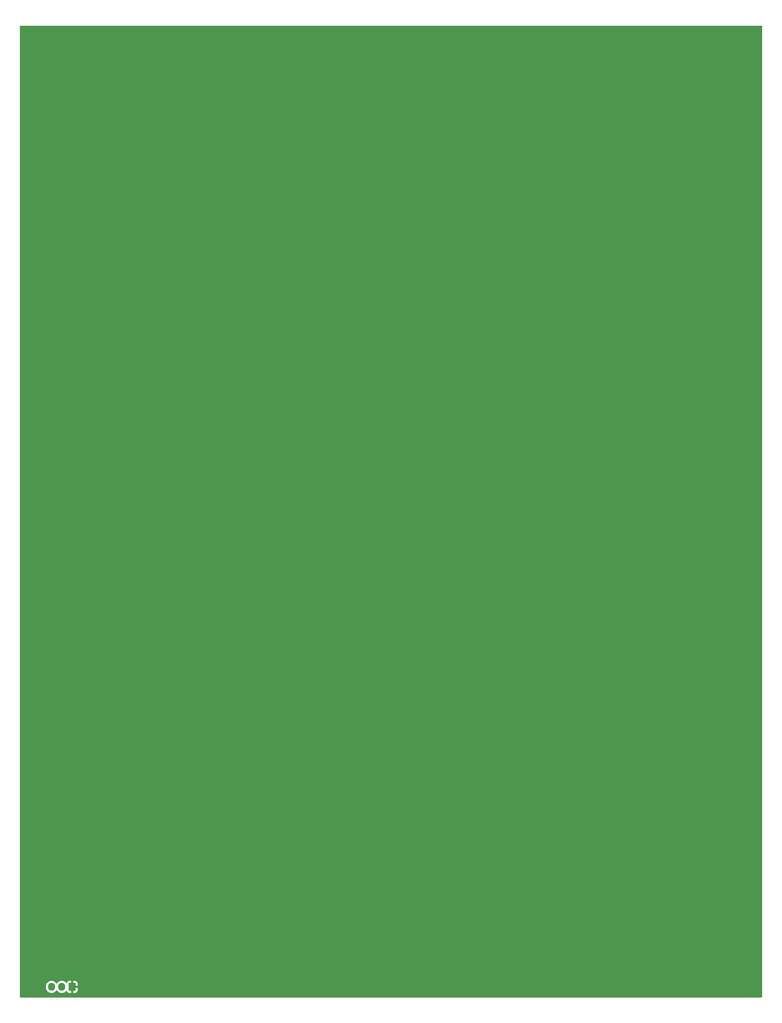
<source format=gbr>
%TF.GenerationSoftware,KiCad,Pcbnew,9.0.4*%
%TF.CreationDate,2025-08-24T11:51:45-07:00*%
%TF.ProjectId,production_red_line_new_silk,70726f64-7563-4746-996f-6e5f7265645f,rev?*%
%TF.SameCoordinates,Original*%
%TF.FileFunction,Copper,L2,Bot*%
%TF.FilePolarity,Positive*%
%FSLAX46Y46*%
G04 Gerber Fmt 4.6, Leading zero omitted, Abs format (unit mm)*
G04 Created by KiCad (PCBNEW 9.0.4) date 2025-08-24 11:51:45*
%MOMM*%
%LPD*%
G01*
G04 APERTURE LIST*
G04 Aperture macros list*
%AMRoundRect*
0 Rectangle with rounded corners*
0 $1 Rounding radius*
0 $2 $3 $4 $5 $6 $7 $8 $9 X,Y pos of 4 corners*
0 Add a 4 corners polygon primitive as box body*
4,1,4,$2,$3,$4,$5,$6,$7,$8,$9,$2,$3,0*
0 Add four circle primitives for the rounded corners*
1,1,$1+$1,$2,$3*
1,1,$1+$1,$4,$5*
1,1,$1+$1,$6,$7*
1,1,$1+$1,$8,$9*
0 Add four rect primitives between the rounded corners*
20,1,$1+$1,$2,$3,$4,$5,0*
20,1,$1+$1,$4,$5,$6,$7,0*
20,1,$1+$1,$6,$7,$8,$9,0*
20,1,$1+$1,$8,$9,$2,$3,0*%
G04 Aperture macros list end*
%TA.AperFunction,ComponentPad*%
%ADD10RoundRect,0.250000X0.600000X0.725000X-0.600000X0.725000X-0.600000X-0.725000X0.600000X-0.725000X0*%
%TD*%
%TA.AperFunction,ComponentPad*%
%ADD11O,1.700000X1.950000*%
%TD*%
%TA.AperFunction,ViaPad*%
%ADD12C,0.600000*%
%TD*%
G04 APERTURE END LIST*
D10*
%TO.P,J4,1,Pin_1*%
%TO.N,GND*%
X-116840000Y-45702563D03*
D11*
%TO.P,J4,2,Pin_2*%
%TO.N,Net-(J4-Pin_2)*%
X-119340000Y-45702563D03*
%TO.P,J4,3,Pin_3*%
%TO.N,+5V*%
X-121840000Y-45702563D03*
%TD*%
D12*
%TO.N,GND*%
X-54607475Y139920586D03*
X-26185000Y135916022D03*
X-77173619Y155110283D03*
X951697Y39091328D03*
X-79057364Y170475083D03*
X-25321210Y94292570D03*
X-35115586Y133995103D03*
X-49720927Y144301629D03*
X-19341143Y90450830D03*
X-28021761Y49542739D03*
X22735613Y9743043D03*
X-36481000Y142527618D03*
X-27903717Y128872654D03*
X-103998027Y179715512D03*
X-23823086Y101630277D03*
X-22140961Y133051494D03*
X-84284205Y156354976D03*
X-31543352Y131063175D03*
X-64484077Y147817974D03*
X17003644Y12126634D03*
X-35858203Y61643062D03*
X-83460320Y174954886D03*
X-100512758Y185567765D03*
X-28172012Y120854519D03*
X-28998952Y71488267D03*
X-24827356Y84061162D03*
X-28678824Y137702139D03*
X-34105605Y49781842D03*
X9692471Y27980790D03*
X16792603Y-8280218D03*
X-24130359Y116211628D03*
X3527185Y28473377D03*
X21660432Y-39008750D03*
X-81098746Y184306387D03*
X-30996442Y57525176D03*
X-70553310Y143429452D03*
X25707721Y-44124074D03*
X-41468648Y138685781D03*
X20986691Y-13582083D03*
X-119661782Y-27581849D03*
X-30448665Y63949758D03*
X-85867565Y179887820D03*
X-21130588Y77754909D03*
X-29271696Y106090534D03*
X-119661782Y-30689312D03*
X-119661782Y-34219390D03*
X-5319604Y39472343D03*
%TD*%
%TA.AperFunction,Conductor*%
%TO.N,GND*%
G36*
X50743039Y187940315D02*
G01*
X50788794Y187887511D01*
X50800000Y187836000D01*
X50800000Y-48136000D01*
X50780315Y-48203039D01*
X50727511Y-48248794D01*
X50676000Y-48260000D01*
X-129416000Y-48260000D01*
X-129483039Y-48240315D01*
X-129528794Y-48187511D01*
X-129540000Y-48136000D01*
X-129540000Y-45471276D01*
X-123190500Y-45471276D01*
X-123190500Y-45933850D01*
X-123157246Y-46143806D01*
X-123091557Y-46345975D01*
X-122995051Y-46535379D01*
X-122995048Y-46535383D01*
X-122870109Y-46707349D01*
X-122870106Y-46707351D01*
X-122870104Y-46707355D01*
X-122719792Y-46857667D01*
X-122719788Y-46857669D01*
X-122719786Y-46857672D01*
X-122569789Y-46966649D01*
X-122547816Y-46982614D01*
X-122358412Y-47079120D01*
X-122156243Y-47144809D01*
X-121946287Y-47178063D01*
X-121946286Y-47178063D01*
X-121733714Y-47178063D01*
X-121733713Y-47178063D01*
X-121523757Y-47144809D01*
X-121321588Y-47079120D01*
X-121132184Y-46982614D01*
X-121132181Y-46982612D01*
X-121132179Y-46982611D01*
X-120960213Y-46857672D01*
X-120809896Y-46707355D01*
X-120717552Y-46580253D01*
X-120690316Y-46542767D01*
X-120634989Y-46500103D01*
X-120565376Y-46494124D01*
X-120503580Y-46526729D01*
X-120489686Y-46542762D01*
X-120370104Y-46707355D01*
X-120219792Y-46857667D01*
X-120219788Y-46857669D01*
X-120219786Y-46857672D01*
X-120069789Y-46966649D01*
X-120047816Y-46982614D01*
X-119858412Y-47079120D01*
X-119656243Y-47144809D01*
X-119446287Y-47178063D01*
X-119446286Y-47178063D01*
X-119233714Y-47178063D01*
X-119233713Y-47178063D01*
X-119023757Y-47144809D01*
X-118821588Y-47079120D01*
X-118632184Y-46982614D01*
X-118632181Y-46982612D01*
X-118632179Y-46982611D01*
X-118460213Y-46857672D01*
X-118321035Y-46718494D01*
X-118259712Y-46685009D01*
X-118190020Y-46689993D01*
X-118134087Y-46731865D01*
X-118127815Y-46741079D01*
X-118032317Y-46895906D01*
X-117908345Y-47019878D01*
X-117759124Y-47111919D01*
X-117759119Y-47111921D01*
X-117592697Y-47167068D01*
X-117592690Y-47167069D01*
X-117489980Y-47177562D01*
X-117090000Y-47177562D01*
X-117090000Y-46106708D01*
X-117023343Y-46145193D01*
X-116902535Y-46177563D01*
X-116777465Y-46177563D01*
X-116656657Y-46145193D01*
X-116590000Y-46106708D01*
X-116590000Y-47177562D01*
X-116190028Y-47177562D01*
X-116190013Y-47177561D01*
X-116087302Y-47167068D01*
X-115920880Y-47111921D01*
X-115920875Y-47111919D01*
X-115771654Y-47019878D01*
X-115647684Y-46895908D01*
X-115555643Y-46746687D01*
X-115555641Y-46746682D01*
X-115500494Y-46580260D01*
X-115500493Y-46580253D01*
X-115490000Y-46477549D01*
X-115490000Y-45952563D01*
X-116435854Y-45952563D01*
X-116397370Y-45885906D01*
X-116365000Y-45765098D01*
X-116365000Y-45640028D01*
X-116397370Y-45519220D01*
X-116435854Y-45452563D01*
X-115490001Y-45452563D01*
X-115490001Y-44927576D01*
X-115500494Y-44824865D01*
X-115555641Y-44658443D01*
X-115555643Y-44658438D01*
X-115647684Y-44509217D01*
X-115771654Y-44385247D01*
X-115920875Y-44293206D01*
X-115920880Y-44293204D01*
X-116087302Y-44238057D01*
X-116087309Y-44238056D01*
X-116190013Y-44227563D01*
X-116590000Y-44227563D01*
X-116590000Y-45298417D01*
X-116656657Y-45259933D01*
X-116777465Y-45227563D01*
X-116902535Y-45227563D01*
X-117023343Y-45259933D01*
X-117090000Y-45298417D01*
X-117090000Y-44227563D01*
X-117489971Y-44227563D01*
X-117489987Y-44227564D01*
X-117592697Y-44238057D01*
X-117759119Y-44293204D01*
X-117759124Y-44293206D01*
X-117908345Y-44385247D01*
X-118032315Y-44509217D01*
X-118127815Y-44664047D01*
X-118179763Y-44710771D01*
X-118248726Y-44721994D01*
X-118312808Y-44694150D01*
X-118321035Y-44686632D01*
X-118460215Y-44547452D01*
X-118632179Y-44422514D01*
X-118821585Y-44326007D01*
X-119023760Y-44260316D01*
X-119023759Y-44260316D01*
X-119194202Y-44233320D01*
X-119233713Y-44227063D01*
X-119446287Y-44227063D01*
X-119509644Y-44237097D01*
X-119656239Y-44260316D01*
X-119656241Y-44260316D01*
X-119656243Y-44260317D01*
X-119858412Y-44326006D01*
X-119858413Y-44326006D01*
X-119858414Y-44326007D01*
X-120047820Y-44422514D01*
X-120219786Y-44547453D01*
X-120370105Y-44697772D01*
X-120370109Y-44697777D01*
X-120489682Y-44862356D01*
X-120545011Y-44905022D01*
X-120614625Y-44911001D01*
X-120676420Y-44878396D01*
X-120690318Y-44862356D01*
X-120809890Y-44697777D01*
X-120809894Y-44697772D01*
X-120960213Y-44547453D01*
X-121132179Y-44422514D01*
X-121321585Y-44326007D01*
X-121523760Y-44260316D01*
X-121523759Y-44260316D01*
X-121694202Y-44233320D01*
X-121733713Y-44227063D01*
X-121946287Y-44227063D01*
X-122009644Y-44237097D01*
X-122156239Y-44260316D01*
X-122156241Y-44260316D01*
X-122156243Y-44260317D01*
X-122358412Y-44326006D01*
X-122358413Y-44326006D01*
X-122358414Y-44326007D01*
X-122547820Y-44422514D01*
X-122719786Y-44547453D01*
X-122870109Y-44697776D01*
X-122995048Y-44869742D01*
X-122995049Y-44869744D01*
X-122995051Y-44869747D01*
X-123091557Y-45059151D01*
X-123157246Y-45261320D01*
X-123190500Y-45471276D01*
X-129540000Y-45471276D01*
X-129540000Y187836000D01*
X-129520315Y187903039D01*
X-129467511Y187948794D01*
X-129416000Y187960000D01*
X50676000Y187960000D01*
X50743039Y187940315D01*
G37*
%TD.AperFunction*%
%TD*%
M02*

</source>
